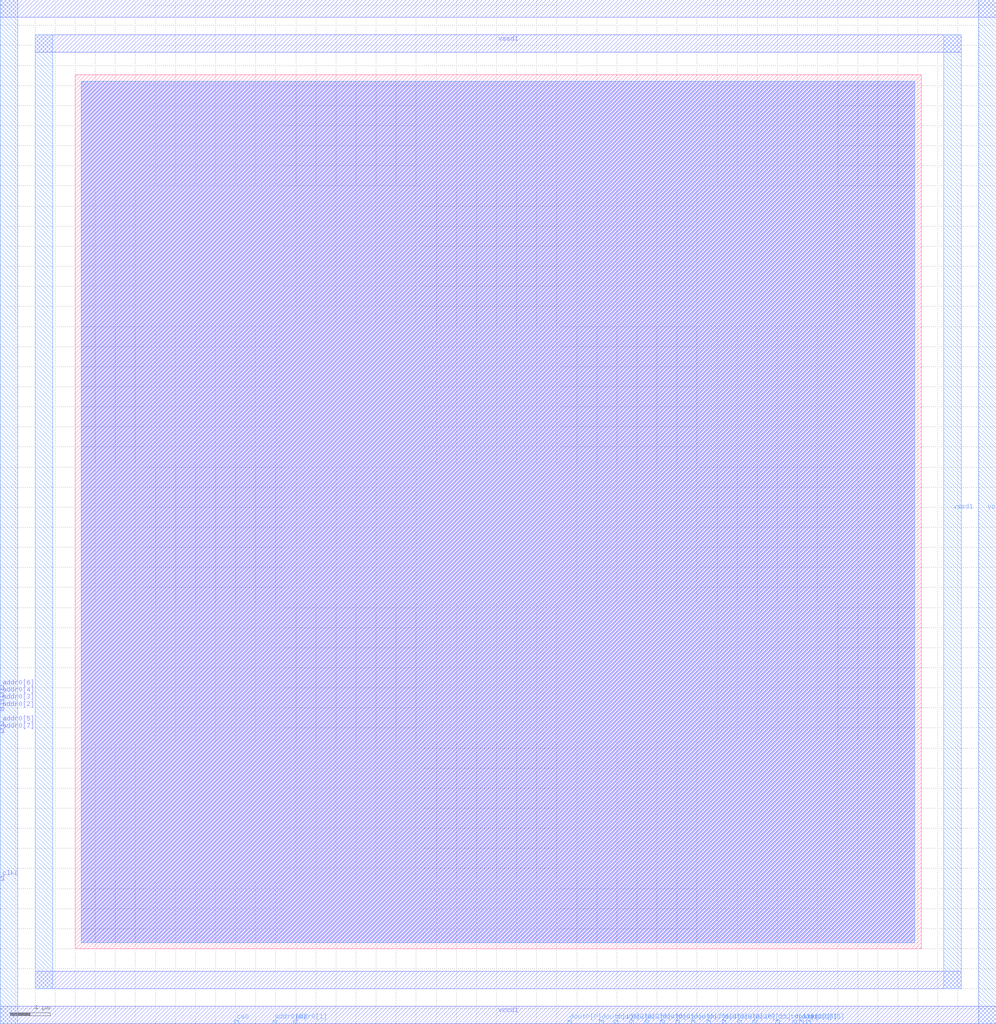
<source format=lef>
VERSION 5.4 ;
NAMESCASESENSITIVE ON ;
BUSBITCHARS "[]" ;
DIVIDERCHAR "/" ;
UNITS
  DATABASE MICRONS 2000 ;
END UNITS
MACRO sky130_rom_krom
   CLASS BLOCK ;
   SIZE 84.33 BY 87.06 ;
   SYMMETRY X Y R90 ;
   PIN clk0
      DIRECTION INPUT ;
      PORT
         LAYER met3 ;
         RECT  -7.48 6.83 -7.1 7.21 ;
      END
   END clk0
   PIN cs0
      DIRECTION INPUT ;
      PORT
         LAYER met4 ;
         RECT  15.895 -7.48 16.275 -7.1 ;
      END
   END cs0
   PIN addr0[0]
      DIRECTION INPUT ;
      PORT
         LAYER met4 ;
         RECT  19.71 -7.48 20.09 -7.1 ;
      END
   END addr0[0]
   PIN addr0[1]
      DIRECTION INPUT ;
      PORT
         LAYER met4 ;
         RECT  21.75 -7.48 22.13 -7.1 ;
      END
   END addr0[1]
   PIN addr0[2]
      DIRECTION INPUT ;
      PORT
         LAYER met3 ;
         RECT  -7.48 23.69 -7.1 24.07 ;
      END
   END addr0[2]
   PIN addr0[3]
      DIRECTION INPUT ;
      PORT
         LAYER met3 ;
         RECT  -7.48 24.435 -7.1 24.815 ;
      END
   END addr0[3]
   PIN addr0[4]
      DIRECTION INPUT ;
      PORT
         LAYER met3 ;
         RECT  -7.48 25.125 -7.1 25.505 ;
      END
   END addr0[4]
   PIN addr0[5]
      DIRECTION INPUT ;
      PORT
         LAYER met3 ;
         RECT  -7.48 22.22 -7.1 22.6 ;
      END
   END addr0[5]
   PIN addr0[6]
      DIRECTION INPUT ;
      PORT
         LAYER met3 ;
         RECT  -7.48 25.815 -7.1 26.195 ;
      END
   END addr0[6]
   PIN addr0[7]
      DIRECTION INPUT ;
      PORT
         LAYER met3 ;
         RECT  -7.48 21.53 -7.1 21.91 ;
      END
   END addr0[7]
   PIN dout0[0]
      DIRECTION OUTPUT ;
      PORT
         LAYER met4 ;
         RECT  49.105 -7.48 49.485 -7.1 ;
      END
   END dout0[0]
   PIN dout0[1]
      DIRECTION OUTPUT ;
      PORT
         LAYER met4 ;
         RECT  52.285 -7.48 52.665 -7.1 ;
      END
   END dout0[1]
   PIN dout0[2]
      DIRECTION OUTPUT ;
      PORT
         LAYER met4 ;
         RECT  53.715 -7.48 54.095 -7.1 ;
      END
   END dout0[2]
   PIN dout0[3]
      DIRECTION OUTPUT ;
      PORT
         LAYER met4 ;
         RECT  55.255 -7.48 55.635 -7.1 ;
      END
   END dout0[3]
   PIN dout0[4]
      DIRECTION OUTPUT ;
      PORT
         LAYER met4 ;
         RECT  56.795 -7.48 57.175 -7.1 ;
      END
   END dout0[4]
   PIN dout0[5]
      DIRECTION OUTPUT ;
      PORT
         LAYER met4 ;
         RECT  58.335 -7.48 58.715 -7.1 ;
      END
   END dout0[5]
   PIN dout0[6]
      DIRECTION OUTPUT ;
      PORT
         LAYER met4 ;
         RECT  59.875 -7.48 60.255 -7.1 ;
      END
   END dout0[6]
   PIN dout0[7]
      DIRECTION OUTPUT ;
      PORT
         LAYER met4 ;
         RECT  61.415 -7.48 61.795 -7.1 ;
      END
   END dout0[7]
   PIN dout0[8]
      DIRECTION OUTPUT ;
      PORT
         LAYER met4 ;
         RECT  62.955 -7.48 63.335 -7.1 ;
      END
   END dout0[8]
   PIN dout0[9]
      DIRECTION OUTPUT ;
      PORT
         LAYER met4 ;
         RECT  64.495 -7.48 64.875 -7.1 ;
      END
   END dout0[9]
   PIN dout0[10]
      DIRECTION OUTPUT ;
      PORT
         LAYER met4 ;
         RECT  66.035 -7.48 66.415 -7.1 ;
      END
   END dout0[10]
   PIN dout0[11]
      DIRECTION OUTPUT ;
      PORT
         LAYER met4 ;
         RECT  67.575 -7.48 67.955 -7.1 ;
      END
   END dout0[11]
   PIN dout0[12]
      DIRECTION OUTPUT ;
      PORT
         LAYER met4 ;
         RECT  69.86 -7.48 70.24 -7.1 ;
      END
   END dout0[12]
   PIN dout0[13]
      DIRECTION OUTPUT ;
      PORT
         LAYER met4 ;
         RECT  71.52 -7.48 71.9 -7.1 ;
      END
   END dout0[13]
   PIN dout0[14]
      DIRECTION OUTPUT ;
      PORT
         LAYER met4 ;
         RECT  72.21 -7.48 72.59 -7.1 ;
      END
   END dout0[14]
   PIN dout0[15]
      DIRECTION OUTPUT ;
      PORT
         LAYER met4 ;
         RECT  72.9 -7.48 73.28 -7.1 ;
      END
   END dout0[15]
   PIN vccd1
      DIRECTION INOUT ;
      USE POWER ; 
      SHAPE ABUTMENT ; 
      PORT
         LAYER met3 ;
         RECT  -7.48 92.8 91.81 94.54 ;
         LAYER met4 ;
         RECT  -7.48 -7.48 -5.74 94.54 ;
         LAYER met3 ;
         RECT  -7.48 -7.48 91.81 -5.74 ;
         LAYER met4 ;
         RECT  90.07 -7.48 91.81 94.54 ;
      END
   END vccd1
   PIN vssd1
      DIRECTION INOUT ;
      USE GROUND ; 
      SHAPE ABUTMENT ; 
      PORT
         LAYER met4 ;
         RECT  -4.0 -4.0 -2.26 91.06 ;
         LAYER met4 ;
         RECT  86.59 -4.0 88.33 91.06 ;
         LAYER met3 ;
         RECT  -4.0 -4.0 88.33 -2.26 ;
         LAYER met3 ;
         RECT  -4.0 89.32 88.33 91.06 ;
      END
   END vssd1
   OBS
   LAYER  met1 ;
      RECT  0.62 0.62 83.71 86.44 ;
   LAYER  met2 ;
      RECT  0.62 0.62 83.71 86.44 ;
   LAYER  met3 ;
      RECT  0.62 0.62 83.71 86.44 ;
   LAYER  met4 ;
      RECT  0.62 0.62 83.71 86.44 ;
   END
END    sky130_rom_krom
END    LIBRARY

</source>
